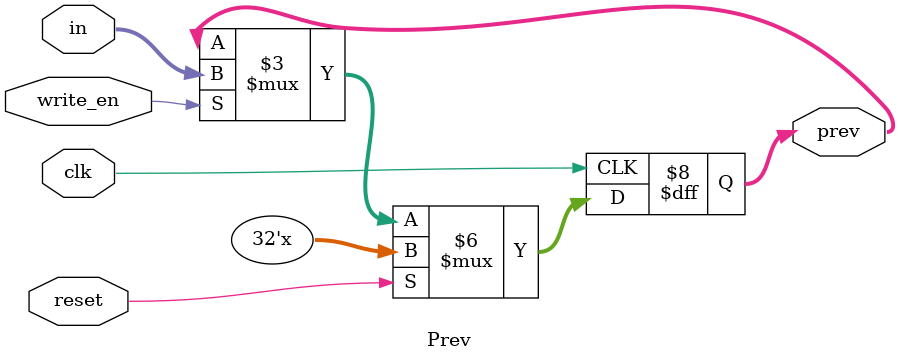
<source format=sv>
`default_nettype none

module Register #(
    parameter WIDTH = 32
) (
  input wire clk,
  input wire reset,
  input wire logic write_en,
  input wire logic [WIDTH-1:0] in,
  output logic [WIDTH-1:0] out
);
  always_ff @(posedge clk) begin
    if (reset)
      out <= 0;
    else if (write_en)
      out <= in;
    else
      out <= out;
  end
endmodule

module Delay #(
    parameter WIDTH = 32
) (
  input wire clk,
  input wire reset,
  input wire logic [WIDTH-1:0] in,
  output logic [WIDTH-1:0] out
);

Register #(WIDTH) r (
  .clk(clk),
  .reset(reset),
  .write_en(1'b1),
  .in(in),
  .out(out)
);

endmodule

// Same as a register except resets to 'x
module Prev #(
    parameter WIDTH = 32,
    // If 0, reset to 'x, otherwise reset to 0
    parameter SAFE = 0
) (
  input wire clk,
  input wire reset,
  input wire logic write_en,
  input wire logic [WIDTH-1:0] in,
  output logic [WIDTH-1:0] prev
);
  always_ff @(posedge clk) begin
    if (reset)
      if (SAFE == 0)
        prev <= 'x;
      else
        prev <= '0;
    else if (write_en)
      prev <= in;
    else
      prev <= prev;
  end
endmodule

`default_nettype wire
</source>
